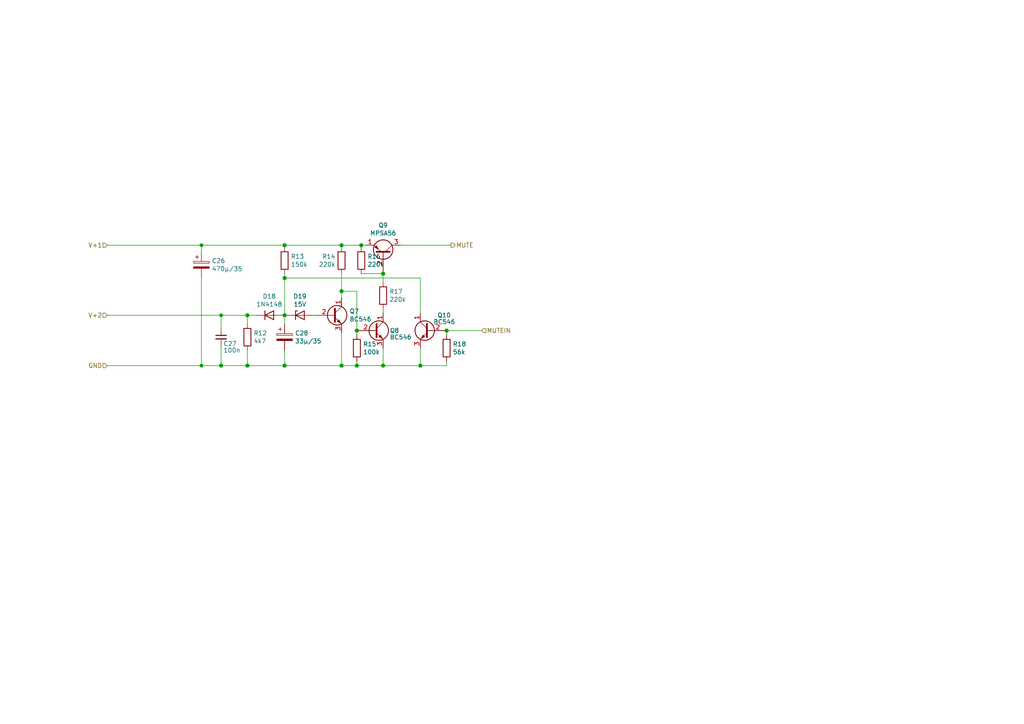
<source format=kicad_sch>
(kicad_sch (version 20210126) (generator eeschema)
  (paper "A4")
  (lib_symbols
    (symbol "Device:C_Polarized" (pin_numbers hide) (pin_names (offset 0.254))
      (property "Reference" "C" (at 0.635 2.54 0))
      (property "Value" "C_Polarized" (at 0.635 -2.54 0))
      (symbol "C_Polarized_0_1"
        (rectangle (start -2.286 0.508) (end 2.286 1.016))
        (rectangle (start 2.286 -0.508) (end -2.286 -1.016) (fill (type outline)))
        (polyline (pts (xy -1.778 2.286) (xy -0.762 2.286)))
        (polyline (pts (xy -1.27 2.794) (xy -1.27 1.778)))
      )
      (symbol "C_Polarized_1_1"
        (pin passive line (at 0 3.81 270) (length 2.794) (name "~") (number "1"))
        (pin passive line (at 0 -3.81 90) (length 2.794) (name "~") (number "2"))
      )
    )
    (symbol "Device:C_Small" (pin_numbers hide) (pin_names (offset 0.254) hide)
      (property "Reference" "C" (at 0.254 1.778 0))
      (property "Value" "C_Small" (at 0.254 -2.032 0))
      (symbol "C_Small_0_1"
        (polyline (pts (xy -1.524 -0.508) (xy 1.524 -0.508)) (stroke (width 0.3302)))
        (polyline (pts (xy -1.524 0.508) (xy 1.524 0.508)) (stroke (width 0.3048)))
      )
      (symbol "C_Small_1_1"
        (pin passive line (at 0 2.54 270) (length 2.032) (name "~") (number "1"))
        (pin passive line (at 0 -2.54 90) (length 2.032) (name "~") (number "2"))
      )
    )
    (symbol "Device:D_Zener" (pin_numbers hide) (pin_names (offset 1.016) hide)
      (property "Reference" "D" (at 0 2.54 0))
      (property "Value" "D_Zener" (at 0 -2.54 0))
      (symbol "D_Zener_0_1"
        (polyline (pts (xy 1.27 0) (xy -1.27 0)))
        (polyline (pts (xy -1.27 -1.27) (xy -1.27 1.27) (xy -0.762 1.27)) (stroke (width 0.254)))
        (polyline (pts (xy 1.27 -1.27) (xy 1.27 1.27) (xy -1.27 0) (xy 1.27 -1.27)) (stroke (width 0.254)))
      )
      (symbol "D_Zener_1_1"
        (pin passive line (at -3.81 0 0) (length 2.54) (name "K") (number "1"))
        (pin passive line (at 3.81 0 180) (length 2.54) (name "A") (number "2"))
      )
    )
    (symbol "Device:R" (pin_numbers hide) (pin_names (offset 0))
      (property "Reference" "R" (at 2.032 0 90))
      (property "Value" "R" (at 0 0 90))
      (symbol "R_0_1"
        (rectangle (start -1.016 -2.54) (end 1.016 2.54) (stroke (width 0.254)))
      )
      (symbol "R_1_1"
        (pin passive line (at 0 3.81 270) (length 1.27) (name "~") (number "1"))
        (pin passive line (at 0 -3.81 90) (length 1.27) (name "~") (number "2"))
      )
    )
    (symbol "Diode:1N4148" (pin_numbers hide) (pin_names (offset 1.016) hide)
      (property "Reference" "D" (at 0 2.54 0))
      (property "Value" "1N4148" (at 0 -2.54 0))
      (symbol "1N4148_0_1"
        (polyline (pts (xy -1.27 1.27) (xy -1.27 -1.27)) (stroke (width 0.254)))
        (polyline (pts (xy 1.27 0) (xy -1.27 0)))
        (polyline (pts (xy 1.27 1.27) (xy 1.27 -1.27) (xy -1.27 0) (xy 1.27 1.27)) (stroke (width 0.254)))
      )
      (symbol "1N4148_1_1"
        (pin passive line (at -3.81 0 0) (length 2.54) (name "K") (number "1"))
        (pin passive line (at 3.81 0 180) (length 2.54) (name "A") (number "2"))
      )
    )
    (symbol "Transistor_BJT:BC546" (pin_names (offset 0) hide)
      (property "Reference" "Q" (at 5.08 1.905 0))
      (property "Value" "BC546" (at 5.08 0 0))
      (symbol "BC546_0_1"
        (circle (center 1.27 0) (radius 2.8194) (stroke (width 0.254)))
        (polyline (pts (xy 0 0) (xy 0.635 0)))
        (polyline (pts (xy 0.635 0.635) (xy 2.54 2.54)))
        (polyline (pts (xy 0.635 -0.635) (xy 2.54 -2.54) (xy 2.54 -2.54)))
        (polyline (pts (xy 0.635 1.905) (xy 0.635 -1.905) (xy 0.635 -1.905)) (stroke (width 0.508)))
        (polyline (pts (xy 1.27 -1.778) (xy 1.778 -1.27) (xy 2.286 -2.286) (xy 1.27 -1.778) (xy 1.27 -1.778)) (fill (type outline)))
      )
      (symbol "BC546_1_1"
        (pin passive line (at 2.54 5.08 270) (length 2.54) (name "C") (number "1"))
        (pin input line (at -5.08 0 0) (length 5.08) (name "B") (number "2"))
        (pin passive line (at 2.54 -5.08 90) (length 2.54) (name "E") (number "3"))
      )
    )
    (symbol "Transistor_BJT:MPSA92" (pin_names (offset 1.016) hide)
      (property "Reference" "Q" (at 5.08 1.905 0))
      (property "Value" "MPSA92" (at 5.08 0 0))
      (symbol "MPSA92_0_1"
        (circle (center 1.27 0) (radius 2.8194) (stroke (width 0.254)))
        (polyline (pts (xy 0 0) (xy 0.635 0)))
        (polyline (pts (xy 2.54 -2.54) (xy 0.635 -0.635)))
        (polyline (pts (xy 2.54 2.54) (xy 0.635 0.635)))
        (polyline (pts (xy 0.635 1.905) (xy 0.635 -1.905) (xy 0.635 -1.905)) (stroke (width 0.508)) (fill (type outline)))
        (polyline (pts (xy 1.905 -2.413) (xy 2.413 -1.905) (xy 1.397 -1.397) (xy 1.905 -2.413) (xy 1.905 -2.413)) (fill (type outline)))
      )
      (symbol "MPSA92_1_1"
        (pin passive line (at 2.54 -5.08 90) (length 2.54) (name "E") (number "1"))
        (pin input line (at -5.08 0 0) (length 5.08) (name "B") (number "2"))
        (pin passive line (at 2.54 5.08 270) (length 2.54) (name "C") (number "3"))
      )
    )
  )
  (junction (at 58.42 71.12) (diameter 0.9144))
  (junction (at 58.42 106.045) (diameter 0.9144))
  (junction (at 64.135 91.44) (diameter 0.9144))
  (junction (at 64.135 106.045) (diameter 1.016))
  (junction (at 71.755 91.44) (diameter 1.016))
  (junction (at 71.755 106.045) (diameter 1.016))
  (junction (at 82.55 71.12) (diameter 1.016))
  (junction (at 82.55 80.645) (diameter 1.016))
  (junction (at 82.55 91.44) (diameter 1.016))
  (junction (at 82.55 106.045) (diameter 1.016))
  (junction (at 99.06 71.12) (diameter 1.016))
  (junction (at 99.06 84.455) (diameter 1.016))
  (junction (at 99.06 106.045) (diameter 1.016))
  (junction (at 103.505 95.885) (diameter 1.016))
  (junction (at 103.505 106.045) (diameter 1.016))
  (junction (at 104.775 71.12) (diameter 1.016))
  (junction (at 111.125 79.375) (diameter 1.016))
  (junction (at 111.125 106.045) (diameter 1.016))
  (junction (at 121.92 106.045) (diameter 1.016))
  (junction (at 129.54 95.885) (diameter 1.016))
  (wire (pts (xy 31.115 71.12) (xy 58.42 71.12)))
  (wire (pts (xy 31.115 91.44) (xy 64.135 91.44)))
  (wire (pts (xy 31.115 106.045) (xy 58.42 106.045)))
  (wire (pts (xy 58.42 71.12) (xy 58.42 73.025)))
  (wire (pts (xy 58.42 71.12) (xy 82.55 71.12)))
  (wire (pts (xy 58.42 80.645) (xy 58.42 106.045)))
  (wire (pts (xy 58.42 106.045) (xy 64.135 106.045)))
  (wire (pts (xy 64.135 91.44) (xy 64.135 95.25)))
  (wire (pts (xy 64.135 91.44) (xy 71.755 91.44)))
  (wire (pts (xy 64.135 100.33) (xy 64.135 106.045)))
  (wire (pts (xy 64.135 106.045) (xy 71.755 106.045)))
  (wire (pts (xy 71.755 91.44) (xy 74.295 91.44)))
  (wire (pts (xy 71.755 93.98) (xy 71.755 91.44)))
  (wire (pts (xy 71.755 101.6) (xy 71.755 106.045)))
  (wire (pts (xy 71.755 106.045) (xy 82.55 106.045)))
  (wire (pts (xy 81.915 91.44) (xy 82.55 91.44)))
  (wire (pts (xy 82.55 71.12) (xy 82.55 71.755)))
  (wire (pts (xy 82.55 71.12) (xy 99.06 71.12)))
  (wire (pts (xy 82.55 79.375) (xy 82.55 80.645)))
  (wire (pts (xy 82.55 80.645) (xy 82.55 91.44)))
  (wire (pts (xy 82.55 91.44) (xy 82.55 93.98)))
  (wire (pts (xy 82.55 91.44) (xy 83.185 91.44)))
  (wire (pts (xy 82.55 101.6) (xy 82.55 106.045)))
  (wire (pts (xy 82.55 106.045) (xy 99.06 106.045)))
  (wire (pts (xy 90.805 91.44) (xy 91.44 91.44)))
  (wire (pts (xy 99.06 71.12) (xy 104.775 71.12)))
  (wire (pts (xy 99.06 71.755) (xy 99.06 71.12)))
  (wire (pts (xy 99.06 79.375) (xy 99.06 84.455)))
  (wire (pts (xy 99.06 84.455) (xy 99.06 86.36)))
  (wire (pts (xy 99.06 96.52) (xy 99.06 106.045)))
  (wire (pts (xy 99.06 106.045) (xy 103.505 106.045)))
  (wire (pts (xy 103.505 84.455) (xy 99.06 84.455)))
  (wire (pts (xy 103.505 84.455) (xy 103.505 95.885)))
  (wire (pts (xy 103.505 95.885) (xy 103.505 97.155)))
  (wire (pts (xy 103.505 104.775) (xy 103.505 106.045)))
  (wire (pts (xy 103.505 106.045) (xy 111.125 106.045)))
  (wire (pts (xy 104.775 71.12) (xy 106.045 71.12)))
  (wire (pts (xy 104.775 71.755) (xy 104.775 71.12)))
  (wire (pts (xy 111.125 78.74) (xy 111.125 79.375)))
  (wire (pts (xy 111.125 79.375) (xy 104.775 79.375)))
  (wire (pts (xy 111.125 79.375) (xy 111.125 81.915)))
  (wire (pts (xy 111.125 90.805) (xy 111.125 89.535)))
  (wire (pts (xy 111.125 100.965) (xy 111.125 106.045)))
  (wire (pts (xy 111.125 106.045) (xy 121.92 106.045)))
  (wire (pts (xy 116.205 71.12) (xy 130.81 71.12)))
  (wire (pts (xy 121.92 80.645) (xy 82.55 80.645)))
  (wire (pts (xy 121.92 80.645) (xy 121.92 90.805)))
  (wire (pts (xy 121.92 100.965) (xy 121.92 106.045)))
  (wire (pts (xy 121.92 106.045) (xy 129.54 106.045)))
  (wire (pts (xy 129.54 95.885) (xy 139.7 95.885)))
  (wire (pts (xy 129.54 97.155) (xy 129.54 95.885)))
  (wire (pts (xy 129.54 104.775) (xy 129.54 106.045)))
  (hierarchical_label "V+1" (shape input) (at 31.115 71.12 180))
  (hierarchical_label "V+2" (shape input) (at 31.115 91.44 180))
  (hierarchical_label "GND" (shape input) (at 31.115 106.045 180))
  (hierarchical_label "MUTE" (shape output) (at 130.81 71.12 0))
  (hierarchical_label "MUTEIN" (shape input) (at 139.7 95.885 0))
  (symbol (lib_id "Device:R") (at 71.755 97.79 0) (unit 1)
    (property "Reference" "R12" (at 73.533 96.6216 0) (effects (justify left)))
    (property "Value" "4k7" (at 73.533 98.933 0) (effects (justify left)))
    (property "Footprint" "Resistor_THT:R_Axial_DIN0204_L3.6mm_D1.6mm_P7.62mm_Horizontal" (effects hide))
  )
  (symbol (lib_id "Device:R") (at 82.55 75.565 0) (unit 1)
    (property "Reference" "R13" (at 84.328 74.3966 0) (effects (justify left)))
    (property "Value" "150k" (at 84.328 76.708 0) (effects (justify left)))
    (property "Footprint" "Resistor_THT:R_Axial_DIN0204_L3.6mm_D1.6mm_P7.62mm_Horizontal" (effects hide))
  )
  (symbol (lib_id "Device:R") (at 99.06 75.565 0) (unit 1)
    (property "Reference" "R14" (at 97.3074 74.3966 0) (effects (justify right)))
    (property "Value" "220k" (at 97.3074 76.708 0) (effects (justify right)))
    (property "Footprint" "Resistor_THT:R_Axial_DIN0204_L3.6mm_D1.6mm_P7.62mm_Horizontal" (effects hide))
  )
  (symbol (lib_id "Device:R") (at 103.505 100.965 0) (unit 1)
    (property "Reference" "R15" (at 105.283 99.7966 0) (effects (justify left)))
    (property "Value" "100k" (at 105.283 102.108 0) (effects (justify left)))
    (property "Footprint" "Resistor_THT:R_Axial_DIN0204_L3.6mm_D1.6mm_P7.62mm_Horizontal" (effects hide))
  )
  (symbol (lib_id "Device:R") (at 104.775 75.565 0) (unit 1)
    (property "Reference" "R16" (at 106.553 74.3966 0) (effects (justify left)))
    (property "Value" "220k" (at 106.553 76.708 0) (effects (justify left)))
    (property "Footprint" "Resistor_THT:R_Axial_DIN0204_L3.6mm_D1.6mm_P7.62mm_Horizontal" (effects hide))
  )
  (symbol (lib_id "Device:R") (at 111.125 85.725 0) (unit 1)
    (property "Reference" "R17" (at 112.903 84.5566 0) (effects (justify left)))
    (property "Value" "220k" (at 112.903 86.868 0) (effects (justify left)))
    (property "Footprint" "Resistor_THT:R_Axial_DIN0204_L3.6mm_D1.6mm_P7.62mm_Horizontal" (effects hide))
  )
  (symbol (lib_id "Device:R") (at 129.54 100.965 0) (unit 1)
    (property "Reference" "R18" (at 131.318 99.7966 0) (effects (justify left)))
    (property "Value" "56k" (at 131.318 102.108 0) (effects (justify left)))
    (property "Footprint" "Resistor_THT:R_Axial_DIN0204_L3.6mm_D1.6mm_P7.62mm_Horizontal" (effects hide))
  )
  (symbol (lib_id "Device:C_Small") (at 64.135 97.79 0) (unit 1)
    (property "Reference" "C27" (at 64.77 99.695 0) (effects (justify left)))
    (property "Value" "100n" (at 64.77 101.6 0) (effects (justify left)))
    (property "Footprint" "Capacitor_THT:C_Rect_L9.0mm_W4.0mm_P7.50mm_MKT" (effects hide))
  )
  (symbol (lib_id "Diode:1N4148") (at 78.105 91.44 0) (unit 1)
    (property "Reference" "D18" (at 78.105 85.9536 0))
    (property "Value" "1N4148" (at 78.105 88.265 0))
    (property "Footprint" "Diode_THT:D_DO-35_SOD27_P7.62mm_Horizontal" (effects hide))
    (property "Datasheet" "https://assets.nexperia.com/documents/data-sheet/1N4148_1N4448.pdf" (effects hide))
  )
  (symbol (lib_id "Device:D_Zener") (at 86.995 91.44 0) (unit 1)
    (property "Reference" "D19" (at 86.995 85.9536 0))
    (property "Value" "15V" (at 86.995 88.265 0))
    (property "Footprint" "Diode_THT:D_DO-15_P12.70mm_Horizontal" (effects hide))
  )
  (symbol (lib_id "Device:C_Polarized") (at 58.42 76.835 0) (unit 1)
    (property "Reference" "C26" (at 61.4172 75.6666 0) (effects (justify left)))
    (property "Value" "470µ/35" (at 61.4172 77.978 0) (effects (justify left)))
    (property "Footprint" "Capacitor_THT:CP_Radial_D8.0mm_P3.50mm" (effects hide))
  )
  (symbol (lib_id "Device:C_Polarized") (at 82.55 97.79 0) (unit 1)
    (property "Reference" "C28" (at 85.5472 96.6216 0) (effects (justify left)))
    (property "Value" "33µ/35" (at 85.5472 98.933 0) (effects (justify left)))
    (property "Footprint" "Capacitor_THT:CP_Radial_D5.0mm_P2.00mm" (effects hide))
  )
  (symbol (lib_id "Transistor_BJT:BC546") (at 96.52 91.44 0) (unit 1)
    (property "Reference" "Q7" (at 101.3714 90.2716 0) (effects (justify left)))
    (property "Value" "BC546" (at 101.3714 92.583 0) (effects (justify left)))
    (property "Footprint" "Package_TO_SOT_THT:TO-92_Inline" (effects hide))
    (property "Datasheet" "https://www.onsemi.com/pub/Collateral/BC550-D.pdf" (effects hide))
  )
  (symbol (lib_id "Transistor_BJT:BC546") (at 108.585 95.885 0) (unit 1)
    (property "Reference" "Q8" (at 113.03 95.885 0) (effects (justify left)))
    (property "Value" "BC546" (at 113.03 97.79 0) (effects (justify left)))
    (property "Footprint" "Package_TO_SOT_THT:TO-92_Inline" (effects hide))
    (property "Datasheet" "https://www.onsemi.com/pub/Collateral/BC550-D.pdf" (effects hide))
  )
  (symbol (lib_id "Transistor_BJT:MPSA92") (at 111.125 73.66 270) (mirror x) (unit 1)
    (property "Reference" "Q9" (at 111.125 65.3288 90))
    (property "Value" "MPSA56" (at 111.125 67.6402 90))
    (property "Footprint" "Package_TO_SOT_THT:TO-92_Inline" (effects hide))
    (property "Datasheet" "http://www.onsemi.com/pub_link/Collateral/MPSA92-D.PDF" (effects hide))
  )
  (symbol (lib_id "Transistor_BJT:BC546") (at 124.46 95.885 0) (mirror y) (unit 1)
    (property "Reference" "Q10" (at 130.81 91.44 0) (effects (justify left)))
    (property "Value" "BC546" (at 132.08 93.345 0) (effects (justify left)))
    (property "Footprint" "Package_TO_SOT_THT:TO-92_Inline" (effects hide))
    (property "Datasheet" "https://www.onsemi.com/pub/Collateral/BC550-D.pdf" (effects hide))
  )
)
</source>
